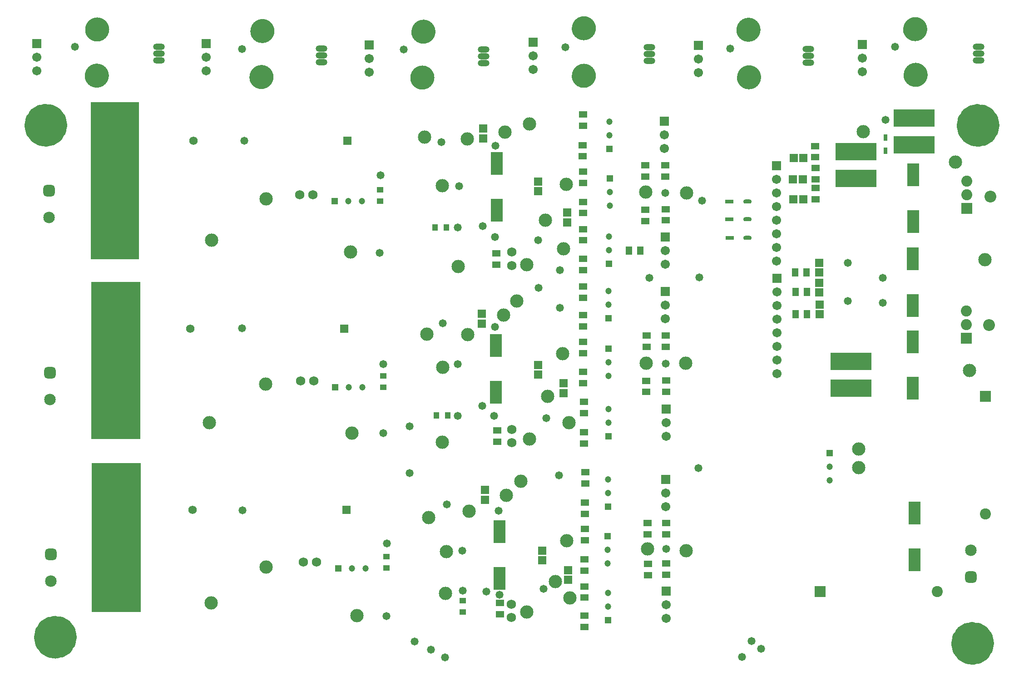
<source format=gbs>
G04*
G04 #@! TF.GenerationSoftware,Altium Limited,Altium Designer,21.6.4 (81)*
G04*
G04 Layer_Color=16711935*
%FSLAX43Y43*%
%MOMM*%
G71*
G04*
G04 #@! TF.SameCoordinates,346ECB39-7FB1-4B03-902B-A5351CF8790B*
G04*
G04*
G04 #@! TF.FilePolarity,Negative*
G04*
G01*
G75*
%ADD18R,1.508X1.207*%
%ADD20R,1.207X1.508*%
G04:AMPARAMS|DCode=24|XSize=1.607mm|YSize=0.762mm|CornerRadius=0.381mm|HoleSize=0mm|Usage=FLASHONLY|Rotation=0.000|XOffset=0mm|YOffset=0mm|HoleType=Round|Shape=RoundedRectangle|*
%AMROUNDEDRECTD24*
21,1,1.607,0.000,0,0,0.0*
21,1,0.845,0.762,0,0,0.0*
1,1,0.762,0.422,0.000*
1,1,0.762,-0.422,0.000*
1,1,0.762,-0.422,0.000*
1,1,0.762,0.422,0.000*
%
%ADD24ROUNDEDRECTD24*%
%ADD25R,1.607X0.762*%
%ADD26R,1.505X1.556*%
%ADD29R,1.556X1.505*%
%ADD37C,4.500*%
%ADD38C,4.000*%
%ADD44C,2.489*%
%ADD45C,1.200*%
%ADD46R,1.200X1.200*%
%ADD47R,1.200X1.200*%
%ADD48R,1.703X1.703*%
%ADD49C,1.703*%
%ADD50C,1.727*%
G04:AMPARAMS|DCode=51|XSize=2.153mm|YSize=2.153mm|CornerRadius=0.589mm|HoleSize=0mm|Usage=FLASHONLY|Rotation=270.000|XOffset=0mm|YOffset=0mm|HoleType=Round|Shape=RoundedRectangle|*
%AMROUNDEDRECTD51*
21,1,2.153,0.975,0,0,270.0*
21,1,0.975,2.153,0,0,270.0*
1,1,1.178,-0.488,-0.488*
1,1,1.178,-0.488,0.488*
1,1,1.178,0.488,0.488*
1,1,1.178,0.488,-0.488*
%
%ADD51ROUNDEDRECTD51*%
%ADD52C,2.153*%
%ADD53O,2.203X1.203*%
%ADD54O,2.203X1.203*%
%ADD55C,2.057*%
%ADD56R,2.057X2.057*%
%ADD57R,2.057X2.057*%
%ADD58R,2.050X2.050*%
%ADD59C,2.050*%
%ADD60C,2.203*%
%ADD61C,1.575*%
%ADD62R,1.575X1.575*%
%ADD63C,1.473*%
%ADD83R,1.200X1.100*%
%ADD84R,1.100X1.200*%
%ADD87R,9.246X27.737*%
%ADD88R,9.245X29.371*%
%ADD89R,9.068X29.282*%
%ADD90R,0.703X1.203*%
%ADD91R,2.203X4.303*%
%ADD92R,7.703X3.203*%
D18*
X210160Y142104D02*
D03*
Y144205D02*
D03*
X210109Y145863D02*
D03*
Y147964D02*
D03*
X210058Y149952D02*
D03*
Y152054D02*
D03*
X178867Y72025D02*
D03*
Y74127D02*
D03*
X151257Y64761D02*
D03*
Y66862D02*
D03*
X178816Y81721D02*
D03*
Y79620D02*
D03*
X167030Y74965D02*
D03*
Y72863D02*
D03*
X182270Y74177D02*
D03*
Y72076D02*
D03*
X167030Y69936D02*
D03*
Y67834D02*
D03*
X182245Y79645D02*
D03*
Y81747D02*
D03*
X167030Y62348D02*
D03*
Y64449D02*
D03*
X167132Y78527D02*
D03*
Y80629D02*
D03*
X167183Y89154D02*
D03*
Y91256D02*
D03*
X167132Y83464D02*
D03*
Y85566D02*
D03*
X178537Y106188D02*
D03*
Y108290D02*
D03*
X150774Y96901D02*
D03*
Y99003D02*
D03*
X178613Y116738D02*
D03*
Y114637D02*
D03*
X166802Y109931D02*
D03*
Y107829D02*
D03*
X182245Y108299D02*
D03*
Y106197D02*
D03*
X166980Y104353D02*
D03*
Y102251D02*
D03*
X182194Y114637D02*
D03*
Y116738D02*
D03*
X166954Y96561D02*
D03*
Y98663D02*
D03*
X166827Y113417D02*
D03*
Y115519D02*
D03*
X166802Y123765D02*
D03*
Y125866D02*
D03*
Y118447D02*
D03*
Y120548D02*
D03*
X178359Y138040D02*
D03*
Y140141D02*
D03*
X150597Y129912D02*
D03*
Y132013D02*
D03*
X178359Y148488D02*
D03*
Y146387D02*
D03*
X166776Y141640D02*
D03*
Y139538D02*
D03*
X182169Y140294D02*
D03*
Y138192D02*
D03*
X166802Y136560D02*
D03*
Y134458D02*
D03*
X182093Y146345D02*
D03*
Y148447D02*
D03*
X166802Y128911D02*
D03*
Y131013D02*
D03*
X166751Y145202D02*
D03*
Y147304D02*
D03*
Y155810D02*
D03*
Y157912D02*
D03*
X166726Y150130D02*
D03*
Y152232D02*
D03*
D20*
X208467Y128499D02*
D03*
X206366D02*
D03*
X208518Y124841D02*
D03*
X206416D02*
D03*
X208493Y120726D02*
D03*
X206391D02*
D03*
X175378Y132537D02*
D03*
X177479D02*
D03*
D24*
X197460Y134925D02*
D03*
X197409Y138379D02*
D03*
Y141681D02*
D03*
D25*
X194109Y134925D02*
D03*
X194058Y138379D02*
D03*
Y141681D02*
D03*
D26*
X206033Y142138D02*
D03*
X207835D02*
D03*
X205945Y145821D02*
D03*
X207747D02*
D03*
X206084Y149860D02*
D03*
X207885D02*
D03*
D29*
X210795Y130288D02*
D03*
Y128487D02*
D03*
Y126555D02*
D03*
Y124753D02*
D03*
X210896Y122491D02*
D03*
Y120689D02*
D03*
X159131Y76593D02*
D03*
Y74791D02*
D03*
X164008Y71134D02*
D03*
Y72935D02*
D03*
X148539Y86106D02*
D03*
Y87908D02*
D03*
X158369Y111250D02*
D03*
Y109449D02*
D03*
X163119Y105982D02*
D03*
Y107784D02*
D03*
X147930Y118948D02*
D03*
Y120750D02*
D03*
X158445Y145427D02*
D03*
Y143625D02*
D03*
X163805Y137822D02*
D03*
Y139624D02*
D03*
X148158Y153480D02*
D03*
Y155282D02*
D03*
D37*
X136830Y164821D02*
G03*
X136830Y164821I-25J0D01*
G01*
X76136Y165180D02*
G03*
X76136Y165180I-25J0D01*
G01*
X76201Y173793D02*
G03*
X76201Y173793I-25J0D01*
G01*
X197739Y164871D02*
G03*
X197739Y164871I-25J0D01*
G01*
X228803Y165329D02*
G03*
X228803Y165329I-25J0D01*
G01*
X228721Y173851D02*
G03*
X228721Y173851I-25J0D01*
G01*
X197637Y173736D02*
G03*
X197637Y173736I-25J0D01*
G01*
X166941Y165154D02*
G03*
X166941Y165154I-25J0D01*
G01*
Y174019D02*
G03*
X166941Y174019I-25J0D01*
G01*
X137033Y173380D02*
G03*
X137033Y173380I-25J0D01*
G01*
X106832Y164922D02*
G03*
X106832Y164922I-25J0D01*
G01*
X107005Y173496D02*
G03*
X107005Y173496I-25J0D01*
G01*
D38*
X70402Y60452D02*
G03*
X70402Y60452I-2000J0D01*
G01*
X68624Y155931D02*
G03*
X68624Y155931I-2000J0D01*
G01*
X242436Y155905D02*
G03*
X242436Y155905I-2000J0D01*
G01*
X241420Y59309D02*
G03*
X241420Y59309I-2000J0D01*
G01*
D44*
X137973Y82804D02*
D03*
X137693Y116967D02*
D03*
X137262Y153721D02*
D03*
X178841Y76886D02*
D03*
X161595Y70841D02*
D03*
X156261Y65151D02*
D03*
X141122Y68656D02*
D03*
X141275Y76378D02*
D03*
X163754Y78486D02*
D03*
X164313Y67793D02*
D03*
X107671Y73558D02*
D03*
X97434Y66827D02*
D03*
X124663Y64465D02*
D03*
X152476Y86944D02*
D03*
X145517Y83947D02*
D03*
X155194Y89560D02*
D03*
X186035Y76601D02*
D03*
X218999Y154711D02*
D03*
X178537Y111531D02*
D03*
X160147Y105334D02*
D03*
X156769Y97384D02*
D03*
X140538Y96850D02*
D03*
X140589Y110820D02*
D03*
X162966Y113360D02*
D03*
X164186Y100482D02*
D03*
X107594Y107620D02*
D03*
X97130Y100482D02*
D03*
X123673Y98476D02*
D03*
X151943Y120548D02*
D03*
X145288Y116865D02*
D03*
X154407Y123165D02*
D03*
X185965Y111531D02*
D03*
X218186Y92075D02*
D03*
X218211Y95529D02*
D03*
X159791Y138201D02*
D03*
X156312Y129946D02*
D03*
X140564Y144653D02*
D03*
X163627Y144907D02*
D03*
X163144Y132867D02*
D03*
X123426Y132296D02*
D03*
X97542Y134468D02*
D03*
X152197Y154635D02*
D03*
X156769Y156185D02*
D03*
X145202Y153390D02*
D03*
X186106Y143281D02*
D03*
X178435Y143434D02*
D03*
X241732Y130886D02*
D03*
X238862Y110211D02*
D03*
X143485Y129591D02*
D03*
X107671Y142164D02*
D03*
X236245Y149073D02*
D03*
D45*
X171379Y74219D02*
D03*
Y76759D02*
D03*
X126238Y73279D02*
D03*
X123698D02*
D03*
X171425Y68682D02*
D03*
Y66142D02*
D03*
X171425Y89865D02*
D03*
Y87325D02*
D03*
X171526Y109169D02*
D03*
Y111709D02*
D03*
X125679Y107066D02*
D03*
X123139D02*
D03*
X171526Y102972D02*
D03*
Y100432D02*
D03*
Y125019D02*
D03*
Y122479D02*
D03*
X212776Y89713D02*
D03*
Y92253D02*
D03*
X171755Y140894D02*
D03*
Y143434D02*
D03*
X125578Y141757D02*
D03*
X123038D02*
D03*
X171648Y135204D02*
D03*
Y132664D02*
D03*
X171679Y156591D02*
D03*
Y154051D02*
D03*
D46*
X171379Y79299D02*
D03*
X171425Y63602D02*
D03*
X171425Y84785D02*
D03*
X171526Y114249D02*
D03*
Y97892D02*
D03*
Y119939D02*
D03*
X212776Y94793D02*
D03*
X171755Y145974D02*
D03*
X171648Y130124D02*
D03*
X171679Y151511D02*
D03*
D47*
X121158Y73279D02*
D03*
X120599Y107066D02*
D03*
X120498Y141757D02*
D03*
D48*
X157475Y171450D02*
D03*
X218821Y170993D02*
D03*
X188285Y170790D02*
D03*
X126944Y170891D02*
D03*
X64922Y171171D02*
D03*
X96515Y171120D02*
D03*
X202941Y127356D02*
D03*
X202844Y148412D02*
D03*
X182296Y69012D02*
D03*
X182194Y89865D02*
D03*
X182296Y102997D02*
D03*
X182118Y124943D02*
D03*
X182143Y135052D02*
D03*
X181961Y156642D02*
D03*
D49*
X157475Y168910D02*
D03*
Y166370D02*
D03*
X218821Y168453D02*
D03*
Y165913D02*
D03*
X188285Y168250D02*
D03*
Y165710D02*
D03*
X126944Y168351D02*
D03*
Y165811D02*
D03*
X64922Y168631D02*
D03*
Y166091D02*
D03*
X96515Y168580D02*
D03*
Y166040D02*
D03*
X202941Y109576D02*
D03*
Y112116D02*
D03*
Y117196D02*
D03*
Y122276D02*
D03*
Y124816D02*
D03*
Y119736D02*
D03*
Y114656D02*
D03*
X202844Y130632D02*
D03*
Y133172D02*
D03*
Y138252D02*
D03*
Y143332D02*
D03*
Y145872D02*
D03*
Y140792D02*
D03*
Y135712D02*
D03*
X182296Y66472D02*
D03*
Y63932D02*
D03*
X182194Y87325D02*
D03*
Y84785D02*
D03*
X182296Y100457D02*
D03*
Y97917D02*
D03*
X182118Y122403D02*
D03*
Y119863D02*
D03*
X182143Y132512D02*
D03*
Y129972D02*
D03*
X181961Y154102D02*
D03*
Y151562D02*
D03*
D50*
X117130Y74447D02*
D03*
X114630D02*
D03*
X116611Y108255D02*
D03*
X114111D02*
D03*
X116419Y143002D02*
D03*
X113919D02*
D03*
X153391Y64124D02*
D03*
Y66624D02*
D03*
X153467Y129794D02*
D03*
Y132294D02*
D03*
Y96698D02*
D03*
Y99198D02*
D03*
D51*
X67581Y75881D02*
D03*
X67251Y143750D02*
D03*
X67412Y109750D02*
D03*
X239124Y71668D02*
D03*
D52*
X67581Y70881D02*
D03*
X67251Y138750D02*
D03*
X67412Y104750D02*
D03*
X239124Y76668D02*
D03*
D53*
X179121Y167919D02*
D03*
Y170459D02*
D03*
X240538Y168021D02*
D03*
Y170561D02*
D03*
X208813Y167564D02*
D03*
Y170104D02*
D03*
X148260Y167513D02*
D03*
Y170053D02*
D03*
X87706Y168021D02*
D03*
Y170561D02*
D03*
X118034Y167665D02*
D03*
Y170205D02*
D03*
D54*
X179121Y169189D02*
D03*
X240538Y169291D02*
D03*
X208813Y168834D02*
D03*
X148260Y168783D02*
D03*
X87706Y169291D02*
D03*
X118034Y168935D02*
D03*
D55*
X232842Y68986D02*
D03*
X241808Y83464D02*
D03*
D56*
X210947Y68986D02*
D03*
D57*
X241808Y105359D02*
D03*
D58*
X238252Y116185D02*
D03*
X238354Y140442D02*
D03*
D59*
X238252Y118720D02*
D03*
Y121260D02*
D03*
X238354Y145517D02*
D03*
Y142977D02*
D03*
D60*
X242743Y142660D02*
D03*
X242468Y118643D02*
D03*
D61*
X94158Y153035D02*
D03*
X93574Y117983D02*
D03*
X93955Y84176D02*
D03*
D62*
X122860Y153035D02*
D03*
X122276Y117983D02*
D03*
X122657Y84176D02*
D03*
D63*
X224993Y170561D02*
D03*
X194183Y170205D02*
D03*
X163530Y170505D02*
D03*
X133375Y170053D02*
D03*
X72009Y170561D02*
D03*
X103246Y170146D02*
D03*
X151054Y83998D02*
D03*
X188316Y91999D02*
D03*
X144323Y69113D02*
D03*
X130200Y77978D02*
D03*
X143440Y101721D02*
D03*
X129565Y111379D02*
D03*
X134442Y99746D02*
D03*
X129007Y146634D02*
D03*
X143408Y136906D02*
D03*
X223215Y156947D02*
D03*
X198171Y59715D02*
D03*
X200000Y58268D02*
D03*
X196444Y56744D02*
D03*
X141036Y56693D02*
D03*
X138442Y58141D02*
D03*
X135372Y59665D02*
D03*
X134468Y91084D02*
D03*
X103276Y84150D02*
D03*
X103175Y118034D02*
D03*
X103607Y153060D02*
D03*
X222631Y122809D02*
D03*
X222656Y127457D02*
D03*
X216179Y130226D02*
D03*
Y123114D02*
D03*
X188976Y141859D02*
D03*
X188443Y127559D02*
D03*
X182131Y143320D02*
D03*
X151181Y68377D02*
D03*
X159461Y69444D02*
D03*
X158521Y125603D02*
D03*
X162509Y128930D02*
D03*
X162433Y121869D02*
D03*
X179146Y127483D02*
D03*
X162331Y90653D02*
D03*
X159969Y101295D02*
D03*
X144247Y76581D02*
D03*
X141364Y85230D02*
D03*
X148768Y68986D02*
D03*
X182258Y76911D02*
D03*
X150368Y118288D02*
D03*
X143434Y111415D02*
D03*
X147955Y103556D02*
D03*
X130099Y64364D02*
D03*
X129553Y98539D02*
D03*
X128880Y132131D02*
D03*
X150470Y152095D02*
D03*
X158394Y134457D02*
D03*
X150328Y135103D02*
D03*
X150216Y101737D02*
D03*
X148107Y137084D02*
D03*
X182220Y111468D02*
D03*
X140589Y118999D02*
D03*
Y110820D02*
D03*
X140411Y152756D02*
D03*
X143637Y144551D02*
D03*
D83*
X144323Y65142D02*
D03*
Y67242D02*
D03*
X130150Y73397D02*
D03*
Y75497D02*
D03*
X129565Y107052D02*
D03*
Y109152D02*
D03*
X128981Y141774D02*
D03*
Y143874D02*
D03*
D84*
X139429Y101803D02*
D03*
X141529D02*
D03*
X139209Y136906D02*
D03*
X141309D02*
D03*
D87*
X79781Y79019D02*
D03*
D88*
X79629Y112061D02*
D03*
D89*
X79464Y145553D02*
D03*
D90*
X223164Y151200D02*
D03*
Y153600D02*
D03*
D91*
X150571Y106121D02*
D03*
Y114821D02*
D03*
X150673Y140100D02*
D03*
Y148800D02*
D03*
X228575Y83579D02*
D03*
Y74879D02*
D03*
X228219Y115570D02*
D03*
Y106870D02*
D03*
X151206Y71425D02*
D03*
Y80125D02*
D03*
X228295Y122320D02*
D03*
Y131020D02*
D03*
X228346Y146666D02*
D03*
Y137966D02*
D03*
D92*
X216738Y106872D02*
D03*
Y111872D02*
D03*
X217653Y151003D02*
D03*
Y146003D02*
D03*
X228549Y157262D02*
D03*
Y152262D02*
D03*
M02*

</source>
